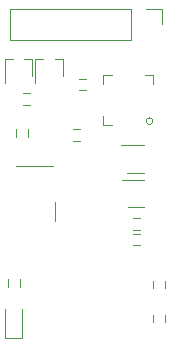
<source format=gbr>
%TF.GenerationSoftware,KiCad,Pcbnew,(6.0.2-0)*%
%TF.CreationDate,2022-03-16T17:38:00+00:00*%
%TF.ProjectId,Shelly,5368656c-6c79-42e6-9b69-6361645f7063,4*%
%TF.SameCoordinates,Original*%
%TF.FileFunction,Legend,Top*%
%TF.FilePolarity,Positive*%
%FSLAX46Y46*%
G04 Gerber Fmt 4.6, Leading zero omitted, Abs format (unit mm)*
G04 Created by KiCad (PCBNEW (6.0.2-0)) date 2022-03-16 17:38:00*
%MOMM*%
%LPD*%
G01*
G04 APERTURE LIST*
%ADD10C,0.120000*%
G04 APERTURE END LIST*
D10*
%TO.C,C5*%
X171800000Y-61900000D02*
X172400000Y-61900000D01*
X171800000Y-62900000D02*
X172400000Y-62900000D01*
%TO.C,D3*%
X171735000Y-82660000D02*
X171735000Y-80200000D01*
X170265000Y-82660000D02*
X171735000Y-82660000D01*
X170265000Y-80200000D02*
X170265000Y-82660000D01*
%TO.C,R2*%
X183800000Y-78400000D02*
X183800000Y-77800000D01*
X182800000Y-78400000D02*
X182800000Y-77800000D01*
%TO.C,J1*%
X170710000Y-54770000D02*
X170710000Y-57430000D01*
X183530000Y-54770000D02*
X183530000Y-56100000D01*
X180930000Y-54770000D02*
X170710000Y-54770000D01*
X180930000Y-54770000D02*
X180930000Y-57430000D01*
X180930000Y-57430000D02*
X170710000Y-57430000D01*
X182200000Y-54770000D02*
X183530000Y-54770000D01*
%TO.C,U1*%
X178590000Y-64610000D02*
X178590000Y-63885000D01*
X178590000Y-60390000D02*
X178590000Y-61115000D01*
X179315000Y-60390000D02*
X178590000Y-60390000D01*
X182810000Y-60390000D02*
X182810000Y-61115000D01*
X182085000Y-60390000D02*
X182810000Y-60390000D01*
X179315000Y-64610000D02*
X178590000Y-64610000D01*
X182782843Y-64300000D02*
G75*
G03*
X182782843Y-64300000I-282843J0D01*
G01*
%TO.C,R5*%
X170500000Y-77700000D02*
X170500000Y-78300000D01*
X171500000Y-77700000D02*
X171500000Y-78300000D01*
%TO.C,R1*%
X182800000Y-80700000D02*
X182800000Y-81300000D01*
X183800000Y-80700000D02*
X183800000Y-81300000D01*
%TO.C,R3*%
X181100000Y-72500000D02*
X181700000Y-72500000D01*
X181100000Y-73500000D02*
X181700000Y-73500000D01*
%TO.C,R4*%
X181100000Y-74820000D02*
X181700000Y-74820000D01*
X181100000Y-73820000D02*
X181700000Y-73820000D01*
%TO.C,D1*%
X182050000Y-69240000D02*
X180150000Y-69240000D01*
X180650000Y-71560000D02*
X182050000Y-71560000D01*
%TO.C,D2*%
X182000000Y-66340000D02*
X180100000Y-66340000D01*
X180600000Y-68660000D02*
X182000000Y-68660000D01*
%TO.C,C1*%
X177090000Y-61700000D02*
X176490000Y-61700000D01*
X177090000Y-60700000D02*
X176490000Y-60700000D01*
%TO.C,Q1*%
X170240000Y-59070000D02*
X170240000Y-61100000D01*
X170240000Y-59070000D02*
X170900000Y-59070000D01*
X172560000Y-60480000D02*
X172560000Y-59070000D01*
X171900000Y-59070000D02*
X172560000Y-59070000D01*
%TO.C,R6*%
X176650000Y-64950000D02*
X176050000Y-64950000D01*
X176650000Y-65950000D02*
X176050000Y-65950000D01*
%TO.C,R7*%
X171200000Y-65000000D02*
X171200000Y-65600000D01*
X172200000Y-65000000D02*
X172200000Y-65600000D01*
%TO.C,Q2*%
X172840000Y-59070000D02*
X172840000Y-61100000D01*
X175160000Y-60480000D02*
X175160000Y-59070000D01*
X172840000Y-59070000D02*
X173500000Y-59070000D01*
X174500000Y-59070000D02*
X175160000Y-59070000D01*
%TO.C,U2*%
X174505000Y-71125000D02*
X174505000Y-72725000D01*
X171230000Y-68075000D02*
X174330000Y-68075000D01*
%TD*%
M02*

</source>
